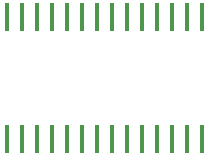
<source format=gtp>
G04 #@! TF.GenerationSoftware,KiCad,Pcbnew,(5.1.6)-1*
G04 #@! TF.CreationDate,2020-07-30T22:19:11+09:00*
G04 #@! TF.ProjectId,VFDClock,56464443-6c6f-4636-9b2e-6b696361645f,rev?*
G04 #@! TF.SameCoordinates,Original*
G04 #@! TF.FileFunction,Paste,Top*
G04 #@! TF.FilePolarity,Positive*
%FSLAX46Y46*%
G04 Gerber Fmt 4.6, Leading zero omitted, Abs format (unit mm)*
G04 Created by KiCad (PCBNEW (5.1.6)-1) date 2020-07-30 22:19:11*
%MOMM*%
%LPD*%
G01*
G04 APERTURE LIST*
%ADD10R,0.400000X2.400000*%
G04 APERTURE END LIST*
D10*
X155388000Y-91450000D03*
X154118000Y-91450000D03*
X152848000Y-91450000D03*
X151578000Y-91450000D03*
X150308000Y-91450000D03*
X149038000Y-91450000D03*
X147768000Y-91450000D03*
X146498000Y-91450000D03*
X145228000Y-91450000D03*
X143958000Y-91450000D03*
X142688000Y-91450000D03*
X141418000Y-91450000D03*
X140148000Y-91450000D03*
X138878000Y-81150000D03*
X140148000Y-81150000D03*
X141418000Y-81150000D03*
X142688000Y-81150000D03*
X143958000Y-81150000D03*
X145228000Y-81150000D03*
X146498000Y-81150000D03*
X147768000Y-81150000D03*
X149038000Y-81150000D03*
X150308000Y-81150000D03*
X151578000Y-81150000D03*
X152848000Y-81150000D03*
X154118000Y-81150000D03*
X138878000Y-91450000D03*
X155388000Y-81150000D03*
M02*

</source>
